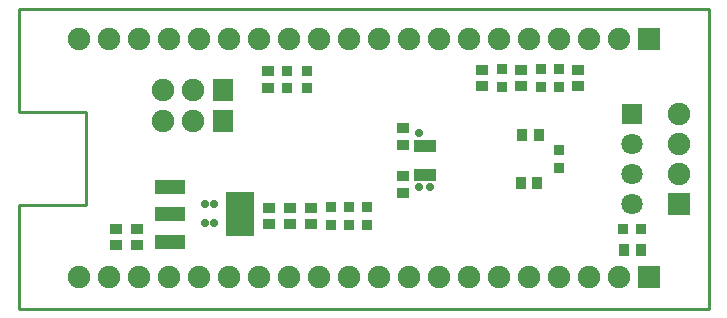
<source format=gbs>
G04*
G04 #@! TF.GenerationSoftware,Altium Limited,Altium Designer,20.0.13 (296)*
G04*
G04 Layer_Color=16711935*
%FSLAX24Y24*%
%MOIN*%
G70*
G01*
G75*
%ADD10C,0.0100*%
%ADD28R,0.0660X0.0749*%
%ADD29C,0.0749*%
%ADD30R,0.0749X0.0749*%
%ADD31C,0.0749*%
%ADD32R,0.0709X0.0709*%
%ADD33C,0.0709*%
%ADD34R,0.0749X0.0749*%
%ADD59R,0.0749X0.0434*%
%ADD60R,0.0394X0.0355*%
%ADD61R,0.0355X0.0394*%
%ADD62R,0.0380X0.0358*%
%ADD63R,0.0961X0.1457*%
%ADD64R,0.1024X0.0473*%
%ADD65R,0.0358X0.0380*%
%ADD66C,0.0280*%
D10*
X-50Y3400D02*
X2200D01*
X-50Y6500D02*
X2200D01*
X-50Y-50D02*
Y3400D01*
Y6500D02*
Y9950D01*
X2200Y3400D02*
Y6500D01*
X-50Y-50D02*
X22950D01*
Y9950D01*
X-50D02*
X22950D01*
D28*
X6750Y7250D02*
D03*
Y6200D02*
D03*
D29*
X5750Y7250D02*
D03*
X4750D02*
D03*
X5750Y6200D02*
D03*
X4750D02*
D03*
X19950Y1000D02*
D03*
X18950D02*
D03*
X17950D02*
D03*
X16950D02*
D03*
X15950D02*
D03*
X14950D02*
D03*
X13950D02*
D03*
X12950D02*
D03*
X11950D02*
D03*
X10950D02*
D03*
X9950D02*
D03*
X8950D02*
D03*
X7950D02*
D03*
X6950D02*
D03*
X5950D02*
D03*
X4950D02*
D03*
X3950D02*
D03*
X2950D02*
D03*
X1950D02*
D03*
X19950Y8950D02*
D03*
X18950D02*
D03*
X17950D02*
D03*
X16950D02*
D03*
X15950D02*
D03*
X14950D02*
D03*
X13950D02*
D03*
X12950D02*
D03*
X11950D02*
D03*
X10950D02*
D03*
X9950D02*
D03*
X8950D02*
D03*
X7950D02*
D03*
X6950D02*
D03*
X5950D02*
D03*
X4950D02*
D03*
X3950D02*
D03*
X2950D02*
D03*
X1950D02*
D03*
D30*
X21950Y3450D02*
D03*
D31*
Y4450D02*
D03*
Y5450D02*
D03*
Y6450D02*
D03*
D32*
X20400D02*
D03*
D33*
Y5450D02*
D03*
Y4450D02*
D03*
Y3450D02*
D03*
D34*
X20950Y1000D02*
D03*
Y8950D02*
D03*
D59*
X13500Y5392D02*
D03*
Y4408D02*
D03*
D60*
X9700Y3326D02*
D03*
Y2774D02*
D03*
X8250Y7324D02*
D03*
Y7876D02*
D03*
X16700Y7374D02*
D03*
Y7926D02*
D03*
X3200Y2074D02*
D03*
Y2626D02*
D03*
X3900Y2074D02*
D03*
Y2626D02*
D03*
X9000Y2774D02*
D03*
Y3326D02*
D03*
X8300Y2774D02*
D03*
Y3326D02*
D03*
X18600Y7926D02*
D03*
Y7374D02*
D03*
X15400D02*
D03*
Y7926D02*
D03*
X12750Y5976D02*
D03*
Y5424D02*
D03*
Y3824D02*
D03*
Y4376D02*
D03*
D61*
X20676Y1900D02*
D03*
X20124D02*
D03*
X17276Y5750D02*
D03*
X16724D02*
D03*
X17226Y4150D02*
D03*
X16674D02*
D03*
D62*
X17350Y7353D02*
D03*
Y7947D02*
D03*
X11550Y2753D02*
D03*
Y3347D02*
D03*
X10350Y2753D02*
D03*
Y3347D02*
D03*
X10950Y2753D02*
D03*
Y3347D02*
D03*
X8900Y7303D02*
D03*
Y7897D02*
D03*
X9550Y7303D02*
D03*
Y7897D02*
D03*
X16050Y7947D02*
D03*
Y7353D02*
D03*
X17950D02*
D03*
Y7947D02*
D03*
Y4653D02*
D03*
Y5247D02*
D03*
D63*
X7319Y3100D02*
D03*
D64*
X4981Y4006D02*
D03*
Y3100D02*
D03*
Y2194D02*
D03*
D65*
X20103Y2600D02*
D03*
X20697D02*
D03*
D66*
X6150Y2800D02*
D03*
X13300Y4000D02*
D03*
X13650D02*
D03*
X6450Y2800D02*
D03*
Y3450D02*
D03*
X6150D02*
D03*
X13300Y5800D02*
D03*
M02*

</source>
